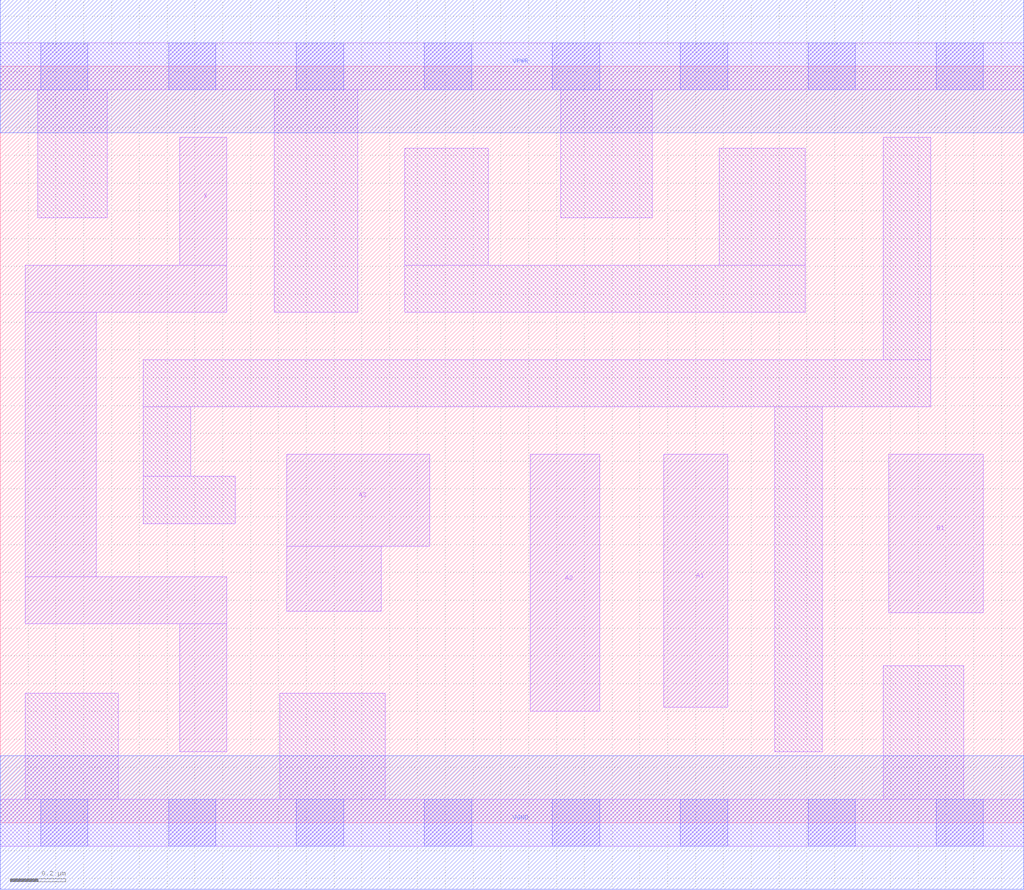
<source format=lef>
# Copyright 2020 The SkyWater PDK Authors
#
# Licensed under the Apache License, Version 2.0 (the "License");
# you may not use this file except in compliance with the License.
# You may obtain a copy of the License at
#
#     https://www.apache.org/licenses/LICENSE-2.0
#
# Unless required by applicable law or agreed to in writing, software
# distributed under the License is distributed on an "AS IS" BASIS,
# WITHOUT WARRANTIES OR CONDITIONS OF ANY KIND, either express or implied.
# See the License for the specific language governing permissions and
# limitations under the License.
#
# SPDX-License-Identifier: Apache-2.0

VERSION 5.7 ;
  NAMESCASESENSITIVE ON ;
  NOWIREEXTENSIONATPIN ON ;
  DIVIDERCHAR "/" ;
  BUSBITCHARS "[]" ;
UNITS
  DATABASE MICRONS 200 ;
END UNITS
PROPERTYDEFINITIONS
  MACRO maskLayoutSubType STRING ;
  MACRO prCellType STRING ;
  MACRO originalViewName STRING ;
END PROPERTYDEFINITIONS
MACRO sky130_fd_sc_hdll__a31o_2
  CLASS CORE ;
  FOREIGN sky130_fd_sc_hdll__a31o_2 ;
  ORIGIN  0.000000  0.000000 ;
  SIZE  3.680000 BY  2.720000 ;
  SYMMETRY X Y R90 ;
  SITE unithd ;
  PIN A1
    ANTENNAGATEAREA  0.277500 ;
    DIRECTION INPUT ;
    USE SIGNAL ;
    PORT
      LAYER li1 ;
        RECT 2.385000 0.415000 2.615000 1.325000 ;
    END
  END A1
  PIN A2
    ANTENNAGATEAREA  0.277500 ;
    DIRECTION INPUT ;
    USE SIGNAL ;
    PORT
      LAYER li1 ;
        RECT 1.905000 0.400000 2.155000 1.325000 ;
    END
  END A2
  PIN A3
    ANTENNAGATEAREA  0.277500 ;
    DIRECTION INPUT ;
    USE SIGNAL ;
    PORT
      LAYER li1 ;
        RECT 1.030000 0.760000 1.370000 0.995000 ;
        RECT 1.030000 0.995000 1.545000 1.325000 ;
    END
  END A3
  PIN B1
    ANTENNAGATEAREA  0.277500 ;
    DIRECTION INPUT ;
    USE SIGNAL ;
    PORT
      LAYER li1 ;
        RECT 3.195000 0.755000 3.535000 1.325000 ;
    END
  END B1
  PIN VGND
    ANTENNADIFFAREA  0.546000 ;
    DIRECTION INOUT ;
    USE SIGNAL ;
    PORT
      LAYER met1 ;
        RECT 0.000000 -0.240000 3.680000 0.240000 ;
    END
  END VGND
  PIN VPWR
    ANTENNADIFFAREA  0.910000 ;
    DIRECTION INOUT ;
    USE SIGNAL ;
    PORT
      LAYER met1 ;
        RECT 0.000000 2.480000 3.680000 2.960000 ;
    END
  END VPWR
  PIN X
    ANTENNADIFFAREA  0.530500 ;
    DIRECTION OUTPUT ;
    USE SIGNAL ;
    PORT
      LAYER li1 ;
        RECT 0.090000 0.715000 0.815000 0.885000 ;
        RECT 0.090000 0.885000 0.345000 1.835000 ;
        RECT 0.090000 1.835000 0.815000 2.005000 ;
        RECT 0.645000 0.255000 0.815000 0.715000 ;
        RECT 0.645000 2.005000 0.815000 2.465000 ;
    END
  END X
  OBS
    LAYER li1 ;
      RECT 0.000000 -0.085000 3.680000 0.085000 ;
      RECT 0.000000  2.635000 3.680000 2.805000 ;
      RECT 0.090000  0.085000 0.425000 0.465000 ;
      RECT 0.135000  2.175000 0.385000 2.635000 ;
      RECT 0.515000  1.075000 0.845000 1.245000 ;
      RECT 0.515000  1.245000 0.685000 1.495000 ;
      RECT 0.515000  1.495000 3.345000 1.665000 ;
      RECT 0.985000  1.835000 1.285000 2.635000 ;
      RECT 1.005000  0.085000 1.385000 0.465000 ;
      RECT 1.455000  1.835000 2.895000 2.005000 ;
      RECT 1.455000  2.005000 1.755000 2.425000 ;
      RECT 2.015000  2.175000 2.345000 2.635000 ;
      RECT 2.585000  2.005000 2.895000 2.425000 ;
      RECT 2.785000  0.255000 2.955000 1.495000 ;
      RECT 3.175000  0.085000 3.465000 0.565000 ;
      RECT 3.175000  1.665000 3.345000 2.465000 ;
    LAYER mcon ;
      RECT 0.145000 -0.085000 0.315000 0.085000 ;
      RECT 0.145000  2.635000 0.315000 2.805000 ;
      RECT 0.605000 -0.085000 0.775000 0.085000 ;
      RECT 0.605000  2.635000 0.775000 2.805000 ;
      RECT 1.065000 -0.085000 1.235000 0.085000 ;
      RECT 1.065000  2.635000 1.235000 2.805000 ;
      RECT 1.525000 -0.085000 1.695000 0.085000 ;
      RECT 1.525000  2.635000 1.695000 2.805000 ;
      RECT 1.985000 -0.085000 2.155000 0.085000 ;
      RECT 1.985000  2.635000 2.155000 2.805000 ;
      RECT 2.445000 -0.085000 2.615000 0.085000 ;
      RECT 2.445000  2.635000 2.615000 2.805000 ;
      RECT 2.905000 -0.085000 3.075000 0.085000 ;
      RECT 2.905000  2.635000 3.075000 2.805000 ;
      RECT 3.365000 -0.085000 3.535000 0.085000 ;
      RECT 3.365000  2.635000 3.535000 2.805000 ;
  END
  PROPERTY maskLayoutSubType "abstract" ;
  PROPERTY prCellType "standard" ;
  PROPERTY originalViewName "layout" ;
END sky130_fd_sc_hdll__a31o_2
END LIBRARY

</source>
